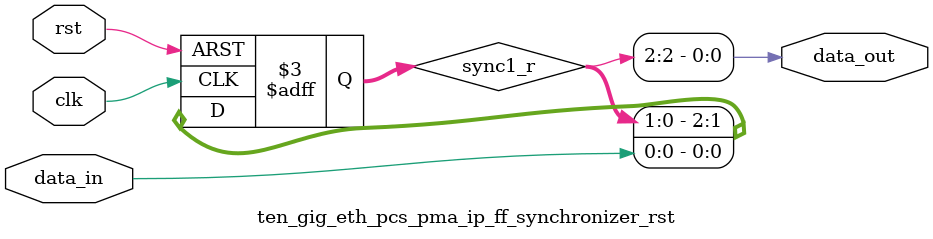
<source format=v>

`timescale 1ns / 1ps

module ten_gig_eth_pcs_pma_ip_ff_synchronizer_rst #(
  parameter   C_NUM_SYNC_REGS = 3,
  parameter   C_RVAL = 1'b0
  )
  (
    input   wire  clk,
    input   wire  rst,
    input   wire  data_in,
    output  wire  data_out
  );
  
(* shreg_extract = "no", ASYNC_REG = "TRUE" *) reg  [C_NUM_SYNC_REGS-1:0]    sync1_r = {C_NUM_SYNC_REGS{C_RVAL}};

  //----------------------------------------------------------------------------
  // Synchronizer
  //----------------------------------------------------------------------------
  always @(posedge clk or posedge rst) begin
    if(rst)
      sync1_r <= {C_NUM_SYNC_REGS{C_RVAL}};
    else
      sync1_r <= {sync1_r[C_NUM_SYNC_REGS-2:0], data_in};
  end    
  
  assign data_out = sync1_r[C_NUM_SYNC_REGS-1];
endmodule

</source>
